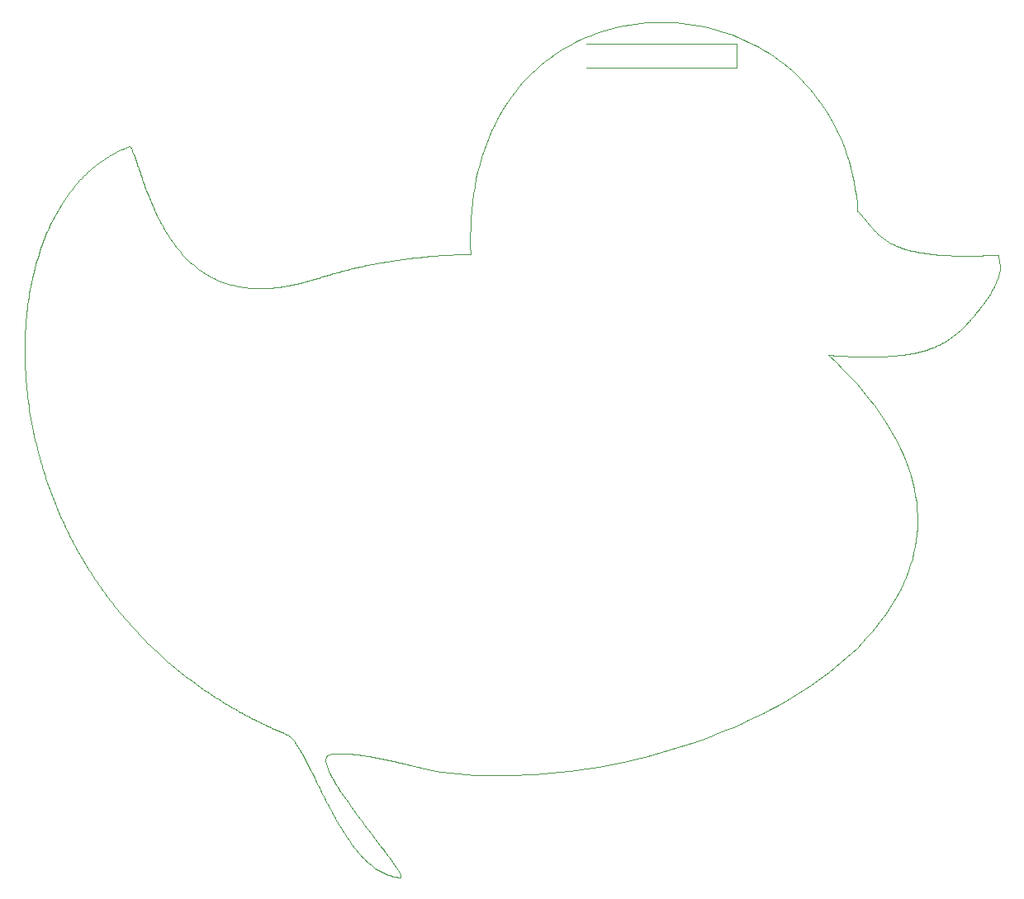
<source format=gbr>
G04                                                      *
G04 Greetings!                                           *
G04 This Gerber was generated by PCBmodE, an open source *
G04 PCB design software. Get it here:                    *
G04                                                      *
G04   http://pcbmode.com                                 *
G04                                                      *
G04 Also visit                                           *
G04                                                      *
G04   http://boldport.com                                *
G04                                                      *
G04 and follow @boldport / @pcbmode for updates!         *
G04                                                      *

G04 leading zeros omitted (L); absolute data (A); 6 integer digits and 6 fractional digits *
%FSLAX66Y66*%

G04 mode (MO): millimeters (MM) *
%MOMM*%

G04 Aperture definitions *
%ADD10C,0.001X*%
%ADD11C,0.001X*%
%ADD20C,0.05X*%

%LPD*%
D20*
G01X57613117Y-7566613D02*
G01X72985533Y-7566613D01*
G01X72985533Y-10041172D01*
G01X57613117Y-10041172D01*
D20*
G01X10786785Y-18100513D02*
G01X10786785Y-18100513D01*
G01X10825892Y-18160548D01*
G01X10865244Y-18226832D01*
G01X10904889Y-18299228D01*
G01X10944878Y-18377597D01*
G01X10985259Y-18461800D01*
G01X11026080Y-18551700D01*
G01X11067393Y-18647158D01*
G01X11109245Y-18748035D01*
G01X11151686Y-18854194D01*
G01X11194764Y-18965496D01*
G01X11238530Y-19081803D01*
G01X11283032Y-19202977D01*
G01X11328320Y-19328879D01*
G01X11374442Y-19459370D01*
G01X11421448Y-19594314D01*
G01X11469386Y-19733570D01*
G01X11518307Y-19877002D01*
G01X11568260Y-20024470D01*
G01X11619292Y-20175837D01*
G01X11671454Y-20330964D01*
G01X11724795Y-20489712D01*
G01X11779364Y-20651945D01*
G01X11835211Y-20817522D01*
G01X11892383Y-20986306D01*
G01X11950931Y-21158159D01*
G01X12010903Y-21332941D01*
G01X12072349Y-21510516D01*
G01X12135318Y-21690745D01*
G01X12199860Y-21873488D01*
G01X12266022Y-22058609D01*
G01X12333855Y-22245969D01*
G01X12403408Y-22435429D01*
G01X12474729Y-22626851D01*
G01X12547868Y-22820097D01*
G01X12622875Y-23015028D01*
G01X12699797Y-23211506D01*
G01X12778686Y-23409394D01*
G01X12859588Y-23608552D01*
G01X12942555Y-23808842D01*
G01X13027634Y-24010126D01*
G01X13114876Y-24212266D01*
G01X13204328Y-24415123D01*
G01X13296042Y-24618559D01*
G01X13390065Y-24822436D01*
G01X13486446Y-25026616D01*
G01X13585236Y-25230959D01*
G01X13686483Y-25435328D01*
G01X13790235Y-25639585D01*
G01X13896544Y-25843591D01*
G01X14005457Y-26047208D01*
G01X14117024Y-26250298D01*
G01X14231293Y-26452721D01*
G01X14348315Y-26654341D01*
G01X14468138Y-26855019D01*
G01X14590812Y-27054615D01*
G01X14716385Y-27252993D01*
G01X14844907Y-27450014D01*
G01X14976427Y-27645539D01*
G01X15110994Y-27839430D01*
G01X15248657Y-28031549D01*
G01X15389466Y-28221757D01*
G01X15533469Y-28409917D01*
G01X15680716Y-28595890D01*
G01X15831256Y-28779537D01*
G01X15985138Y-28960720D01*
G01X16142412Y-29139302D01*
G01X16303126Y-29315143D01*
G01X16467329Y-29488106D01*
G01X16635071Y-29658051D01*
G01X16806402Y-29824842D01*
G01X16981369Y-29988339D01*
G01X17160022Y-30148404D01*
G01X17342412Y-30304899D01*
G01X17528585Y-30457685D01*
G01X17718593Y-30606625D01*
G01X17912483Y-30751579D01*
G01X18110305Y-30892410D01*
G01X18312109Y-31028980D01*
G01X18517943Y-31161149D01*
G01X18727857Y-31288781D01*
G01X18941899Y-31411735D01*
G01X19160120Y-31529875D01*
G01X19382568Y-31643061D01*
G01X19609291Y-31751156D01*
G01X19840341Y-31854021D01*
G01X20075765Y-31951518D01*
G01X20315612Y-32043509D01*
G01X20559933Y-32129855D01*
G01X20808776Y-32210418D01*
G01X21062190Y-32285059D01*
G01X21320224Y-32353641D01*
G01X21582928Y-32416024D01*
G01X21850351Y-32472072D01*
G01X22122542Y-32521645D01*
G01X22399550Y-32564605D01*
G01X22681424Y-32600813D01*
G01X22968214Y-32630133D01*
G01X23259968Y-32652424D01*
G01X23556736Y-32667549D01*
G01X23858567Y-32675370D01*
G01X23858567Y-32675370D01*
G01X23858567Y-32675370D01*
G01X24038477Y-32676861D01*
G01X24215956Y-32676451D01*
G01X24391100Y-32674175D01*
G01X24564009Y-32670068D01*
G01X24734781Y-32664166D01*
G01X24903514Y-32656505D01*
G01X25070306Y-32647119D01*
G01X25235257Y-32636045D01*
G01X25398464Y-32623317D01*
G01X25560026Y-32608971D01*
G01X25720041Y-32593043D01*
G01X25878608Y-32575569D01*
G01X26035824Y-32556582D01*
G01X26191790Y-32536119D01*
G01X26346601Y-32514216D01*
G01X26500359Y-32490908D01*
G01X26653159Y-32466230D01*
G01X26805102Y-32440217D01*
G01X26956285Y-32412906D01*
G01X27106807Y-32384331D01*
G01X27256766Y-32354529D01*
G01X27406261Y-32323533D01*
G01X27555389Y-32291381D01*
G01X27704250Y-32258107D01*
G01X27852942Y-32223747D01*
G01X28001563Y-32188336D01*
G01X28150211Y-32151910D01*
G01X28298985Y-32114504D01*
G01X28447984Y-32076154D01*
G01X28597305Y-32036895D01*
G01X28747047Y-31996762D01*
G01X28897309Y-31955791D01*
G01X29048189Y-31914017D01*
G01X29199785Y-31871476D01*
G01X29352196Y-31828204D01*
G01X29505520Y-31784235D01*
G01X29659855Y-31739606D01*
G01X29815300Y-31694351D01*
G01X29971954Y-31648506D01*
G01X30129914Y-31602106D01*
G01X30289279Y-31555188D01*
G01X30450147Y-31507785D01*
G01X30612618Y-31459935D01*
G01X30776789Y-31411672D01*
G01X30942758Y-31363032D01*
G01X31110624Y-31314049D01*
G01X31280486Y-31264761D01*
G01X31452441Y-31215201D01*
G01X31626589Y-31165406D01*
G01X31803028Y-31115411D01*
G01X31981855Y-31065251D01*
G01X32163170Y-31014962D01*
G01X32347070Y-30964580D01*
G01X32533655Y-30914139D01*
G01X32723022Y-30863675D01*
G01X32915270Y-30813224D01*
G01X33110498Y-30762821D01*
G01X33308803Y-30712501D01*
G01X33510285Y-30662301D01*
G01X33715041Y-30612254D01*
G01X33923170Y-30562398D01*
G01X34134770Y-30512767D01*
G01X34349940Y-30463396D01*
G01X34568778Y-30414322D01*
G01X34791383Y-30365579D01*
G01X35017853Y-30317204D01*
G01X35248285Y-30269231D01*
G01X35482780Y-30221695D01*
G01X35721435Y-30174634D01*
G01X35964348Y-30128081D01*
G01X36211618Y-30082072D01*
G01X36463343Y-30036643D01*
G01X36719622Y-29991829D01*
G01X36980553Y-29947666D01*
G01X37246235Y-29904189D01*
G01X37516765Y-29861433D01*
G01X37792243Y-29819435D01*
G01X38072766Y-29778229D01*
G01X38358433Y-29737850D01*
G01X38649343Y-29698335D01*
G01X38945593Y-29659719D01*
G01X39247283Y-29622037D01*
G01X39554510Y-29585324D01*
G01X39867374Y-29549616D01*
G01X40185971Y-29514949D01*
G01X40510402Y-29481358D01*
G01X40840764Y-29448879D01*
G01X41177155Y-29417546D01*
G01X41519674Y-29387395D01*
G01X41868420Y-29358463D01*
G01X42223490Y-29330783D01*
G01X42584984Y-29304392D01*
G01X42952999Y-29279325D01*
G01X43327634Y-29255618D01*
G01X43708988Y-29233305D01*
G01X44097158Y-29212423D01*
G01X44492243Y-29193007D01*
G01X44894342Y-29175092D01*
G01X45303553Y-29158714D01*
G01X45719974Y-29143908D01*
G01X45719974Y-29143908D01*
G01X45719974Y-29143908D01*
G01X45690641Y-28209981D01*
G01X45685259Y-27295465D01*
G01X45703356Y-26400317D01*
G01X45744463Y-25524492D01*
G01X45808111Y-24667947D01*
G01X45893830Y-23830637D01*
G01X46001149Y-23012519D01*
G01X46129601Y-22213550D01*
G01X46278714Y-21433684D01*
G01X46448018Y-20672879D01*
G01X46637046Y-19931090D01*
G01X46845325Y-19208273D01*
G01X47072388Y-18504385D01*
G01X47317764Y-17819381D01*
G01X47580983Y-17153219D01*
G01X47861576Y-16505853D01*
G01X48159073Y-15877240D01*
G01X48473005Y-15267336D01*
G01X48802901Y-14676098D01*
G01X49148292Y-14103480D01*
G01X49508708Y-13549440D01*
G01X49883680Y-13013934D01*
G01X50272737Y-12496917D01*
G01X50675411Y-11998347D01*
G01X51091231Y-11518178D01*
G01X51519728Y-11056367D01*
G01X51960432Y-10612870D01*
G01X52412873Y-10187643D01*
G01X52876582Y-9780643D01*
G01X53351088Y-9391825D01*
G01X53835923Y-9021145D01*
G01X54330616Y-8668560D01*
G01X54834698Y-8334026D01*
G01X55347699Y-8017499D01*
G01X55869150Y-7718935D01*
G01X56398580Y-7438290D01*
G01X56935520Y-7175520D01*
G01X57479500Y-6930582D01*
G01X58030051Y-6703431D01*
G01X58586702Y-6494023D01*
G01X59148985Y-6302316D01*
G01X59716429Y-6128264D01*
G01X60288565Y-5971823D01*
G01X60864923Y-5832951D01*
G01X61445033Y-5711603D01*
G01X62028426Y-5607735D01*
G01X62614631Y-5521304D01*
G01X63203180Y-5452265D01*
G01X63793602Y-5400574D01*
G01X64385429Y-5366189D01*
G01X64978189Y-5349064D01*
G01X65571413Y-5349155D01*
G01X66164632Y-5366420D01*
G01X66757376Y-5400814D01*
G01X67349176Y-5452293D01*
G01X67939561Y-5520814D01*
G01X68528061Y-5606332D01*
G01X69114208Y-5708803D01*
G01X69697532Y-5828185D01*
G01X70277562Y-5964432D01*
G01X70853829Y-6117500D01*
G01X71425863Y-6287347D01*
G01X71993195Y-6473928D01*
G01X72555355Y-6677200D01*
G01X73111873Y-6897117D01*
G01X73662279Y-7133637D01*
G01X74206104Y-7386716D01*
G01X74742879Y-7656309D01*
G01X75272132Y-7942373D01*
G01X75793396Y-8244864D01*
G01X76306199Y-8563738D01*
G01X76810073Y-8898951D01*
G01X77304547Y-9250460D01*
G01X77789152Y-9618219D01*
G01X78263418Y-10002187D01*
G01X78726876Y-10402317D01*
G01X79179055Y-10818568D01*
G01X79619486Y-11250894D01*
G01X80047700Y-11699252D01*
G01X80463226Y-12163598D01*
G01X80865595Y-12643889D01*
G01X81254337Y-13140079D01*
G01X81628983Y-13652126D01*
G01X81989063Y-14179985D01*
G01X82334107Y-14723613D01*
G01X82663645Y-15282966D01*
G01X82977207Y-15857999D01*
G01X83274325Y-16448670D01*
G01X83554528Y-17054933D01*
G01X83817346Y-17676745D01*
G01X84062311Y-18314063D01*
G01X84288951Y-18966842D01*
G01X84496798Y-19635039D01*
G01X84685382Y-20318609D01*
G01X84854233Y-21017509D01*
G01X85002881Y-21731694D01*
G01X85130856Y-22461122D01*
G01X85237690Y-23205747D01*
G01X85322912Y-23965527D01*
G01X85386052Y-24740417D01*
G01X85386052Y-24740417D01*
G01X85386052Y-24740417D01*
G01X85455399Y-24809526D01*
G01X85523351Y-24878939D01*
G01X85589995Y-24948632D01*
G01X85655420Y-25018580D01*
G01X85719717Y-25088760D01*
G01X85782973Y-25159148D01*
G01X85845278Y-25229718D01*
G01X85906721Y-25300448D01*
G01X85967391Y-25371313D01*
G01X86027378Y-25442288D01*
G01X86086769Y-25513350D01*
G01X86145655Y-25584474D01*
G01X86204124Y-25655636D01*
G01X86262265Y-25726812D01*
G01X86320168Y-25797978D01*
G01X86377921Y-25869110D01*
G01X86435614Y-25940183D01*
G01X86493335Y-26011174D01*
G01X86551174Y-26082057D01*
G01X86609220Y-26152810D01*
G01X86667562Y-26223408D01*
G01X86726288Y-26293826D01*
G01X86785488Y-26364040D01*
G01X86845252Y-26434027D01*
G01X86905667Y-26503762D01*
G01X86966823Y-26573221D01*
G01X87028810Y-26642380D01*
G01X87091716Y-26711214D01*
G01X87155630Y-26779700D01*
G01X87220642Y-26847813D01*
G01X87286840Y-26915529D01*
G01X87354313Y-26982824D01*
G01X87423151Y-27049674D01*
G01X87493442Y-27116054D01*
G01X87565277Y-27181941D01*
G01X87638743Y-27247310D01*
G01X87713929Y-27312137D01*
G01X87790926Y-27376398D01*
G01X87869822Y-27440069D01*
G01X87950705Y-27503125D01*
G01X88033666Y-27565543D01*
G01X88118792Y-27627298D01*
G01X88206174Y-27688366D01*
G01X88295900Y-27748723D01*
G01X88388060Y-27808344D01*
G01X88482741Y-27867206D01*
G01X88580035Y-27925285D01*
G01X88680028Y-27982555D01*
G01X88782811Y-28038994D01*
G01X88888473Y-28094576D01*
G01X88997103Y-28149278D01*
G01X89108789Y-28203076D01*
G01X89223621Y-28255945D01*
G01X89341688Y-28307861D01*
G01X89463079Y-28358800D01*
G01X89587883Y-28408738D01*
G01X89716188Y-28457651D01*
G01X89848085Y-28505514D01*
G01X89983663Y-28552303D01*
G01X90123009Y-28597995D01*
G01X90266214Y-28642564D01*
G01X90413366Y-28685988D01*
G01X90564554Y-28728241D01*
G01X90719868Y-28769299D01*
G01X90879397Y-28809139D01*
G01X91043229Y-28847735D01*
G01X91211454Y-28885065D01*
G01X91384160Y-28921104D01*
G01X91561437Y-28955827D01*
G01X91743375Y-28989210D01*
G01X91930061Y-29021230D01*
G01X92121585Y-29051862D01*
G01X92318036Y-29081081D01*
G01X92519504Y-29108865D01*
G01X92726076Y-29135188D01*
G01X92937843Y-29160027D01*
G01X93154893Y-29183356D01*
G01X93377315Y-29205153D01*
G01X93605199Y-29225393D01*
G01X93838633Y-29244051D01*
G01X94077707Y-29261104D01*
G01X94322510Y-29276527D01*
G01X94573130Y-29290297D01*
G01X94829657Y-29302388D01*
G01X95092180Y-29312778D01*
G01X95360787Y-29321441D01*
G01X95635569Y-29328353D01*
G01X95916614Y-29333491D01*
G01X96204010Y-29336831D01*
G01X96497848Y-29338347D01*
G01X96798216Y-29338016D01*
G01X97105203Y-29335813D01*
G01X97418898Y-29331716D01*
G01X97739391Y-29325698D01*
G01X98066771Y-29317737D01*
G01X98401125Y-29307807D01*
G01X98742545Y-29295886D01*
G01X99091118Y-29281948D01*
G01X99446933Y-29265969D01*
G01X99810081Y-29247926D01*
G01X99810081Y-29247926D01*
G01X99810081Y-29247926D01*
G01X99827702Y-29335754D01*
G01X99844791Y-29421310D01*
G01X99861280Y-29504740D01*
G01X99877101Y-29586188D01*
G01X99892188Y-29665797D01*
G01X99906472Y-29743712D01*
G01X99919887Y-29820077D01*
G01X99932365Y-29895035D01*
G01X99943839Y-29968731D01*
G01X99954242Y-30041309D01*
G01X99963506Y-30112912D01*
G01X99971563Y-30183685D01*
G01X99978347Y-30253773D01*
G01X99983791Y-30323318D01*
G01X99987826Y-30392465D01*
G01X99990386Y-30461358D01*
G01X99991404Y-30530141D01*
G01X99990811Y-30598959D01*
G01X99988540Y-30667954D01*
G01X99984525Y-30737272D01*
G01X99978698Y-30807056D01*
G01X99970992Y-30877450D01*
G01X99961339Y-30948598D01*
G01X99949672Y-31020645D01*
G01X99935923Y-31093734D01*
G01X99920026Y-31168010D01*
G01X99901912Y-31243616D01*
G01X99881516Y-31320697D01*
G01X99858768Y-31399396D01*
G01X99833603Y-31479858D01*
G01X99805952Y-31562226D01*
G01X99775748Y-31646645D01*
G01X99742925Y-31733259D01*
G01X99707414Y-31822212D01*
G01X99669149Y-31913648D01*
G01X99628061Y-32007710D01*
G01X99584084Y-32104543D01*
G01X99537151Y-32204291D01*
G01X99487193Y-32307099D01*
G01X99434144Y-32413109D01*
G01X99377937Y-32522466D01*
G01X99318504Y-32635315D01*
G01X99255777Y-32751798D01*
G01X99189690Y-32872061D01*
G01X99120174Y-32996247D01*
G01X99047164Y-33124500D01*
G01X98970590Y-33256965D01*
G01X98890387Y-33393785D01*
G01X98806487Y-33535104D01*
G01X98718822Y-33681067D01*
G01X98718822Y-33681067D01*
G01X98718822Y-33681067D01*
G01X98610061Y-33827029D01*
G01X98502250Y-33971057D01*
G01X98395326Y-34113155D01*
G01X98289226Y-34253329D01*
G01X98183889Y-34391584D01*
G01X98079250Y-34527924D01*
G01X97975247Y-34662356D01*
G01X97871819Y-34794883D01*
G01X97768901Y-34925511D01*
G01X97666432Y-35054246D01*
G01X97564350Y-35181092D01*
G01X97462590Y-35306054D01*
G01X97361091Y-35429138D01*
G01X97259790Y-35550348D01*
G01X97158625Y-35669690D01*
G01X97057532Y-35787168D01*
G01X96956449Y-35902788D01*
G01X96855314Y-36016555D01*
G01X96754064Y-36128473D01*
G01X96652636Y-36238549D01*
G01X96550967Y-36346786D01*
G01X96448996Y-36453191D01*
G01X96346659Y-36557768D01*
G01X96243894Y-36660522D01*
G01X96140637Y-36761458D01*
G01X96036827Y-36860582D01*
G01X95932401Y-36957899D01*
G01X95827296Y-37053412D01*
G01X95721450Y-37147129D01*
G01X95614800Y-37239053D01*
G01X95507282Y-37329190D01*
G01X95398836Y-37417545D01*
G01X95289397Y-37504123D01*
G01X95178904Y-37588928D01*
G01X95067294Y-37671967D01*
G01X94954504Y-37753244D01*
G01X94840471Y-37832765D01*
G01X94725133Y-37910533D01*
G01X94608427Y-37986556D01*
G01X94490291Y-38060836D01*
G01X94370662Y-38133380D01*
G01X94249477Y-38204193D01*
G01X94126674Y-38273279D01*
G01X94002190Y-38340645D01*
G01X93875962Y-38406294D01*
G01X93747928Y-38470232D01*
G01X93618026Y-38532464D01*
G01X93486191Y-38592995D01*
G01X93352363Y-38651831D01*
G01X93216478Y-38708976D01*
G01X93078474Y-38764435D01*
G01X92938287Y-38818213D01*
G01X92795856Y-38870316D01*
G01X92651118Y-38920749D01*
G01X92504010Y-38969516D01*
G01X92354469Y-39016623D01*
G01X92202433Y-39062074D01*
G01X92047840Y-39105876D01*
G01X91890625Y-39148033D01*
G01X91730728Y-39188549D01*
G01X91568085Y-39227431D01*
G01X91402634Y-39264683D01*
G01X91234312Y-39300310D01*
G01X91063056Y-39334317D01*
G01X90888804Y-39366710D01*
G01X90711493Y-39397494D01*
G01X90531061Y-39426673D01*
G01X90347445Y-39454253D01*
G01X90160581Y-39480238D01*
G01X89970409Y-39504634D01*
G01X89776864Y-39527446D01*
G01X89579885Y-39548680D01*
G01X89379409Y-39568339D01*
G01X89175372Y-39586429D01*
G01X88967713Y-39602955D01*
G01X88756369Y-39617923D01*
G01X88541277Y-39631337D01*
G01X88322375Y-39643203D01*
G01X88099599Y-39653525D01*
G01X87872888Y-39662309D01*
G01X87642178Y-39669559D01*
G01X87407408Y-39675281D01*
G01X87168514Y-39679480D01*
G01X86925433Y-39682161D01*
G01X86678104Y-39683328D01*
G01X86426463Y-39682988D01*
G01X86170448Y-39681145D01*
G01X85909997Y-39677804D01*
G01X85645046Y-39672971D01*
G01X85375533Y-39666650D01*
G01X85101395Y-39658846D01*
G01X84822570Y-39649565D01*
G01X84538995Y-39638811D01*
G01X84250607Y-39626590D01*
G01X83957345Y-39612907D01*
G01X83659144Y-39597766D01*
G01X83355943Y-39581174D01*
G01X83047679Y-39563134D01*
G01X82734289Y-39543653D01*
G01X82415711Y-39522735D01*
G01X82415711Y-39522735D01*
G01X82415711Y-39522735D01*
G01X83206437Y-40272673D01*
G01X83958022Y-41020046D01*
G01X84670929Y-41764733D01*
G01X85345623Y-42506615D01*
G01X85982567Y-43245569D01*
G01X86582227Y-43981476D01*
G01X87145065Y-44714214D01*
G01X87671547Y-45443663D01*
G01X88162136Y-46169701D01*
G01X88617297Y-46892209D01*
G01X89037493Y-47611065D01*
G01X89423190Y-48326149D01*
G01X89774850Y-49037339D01*
G01X90092938Y-49744516D01*
G01X90377919Y-50447557D01*
G01X90630256Y-51146344D01*
G01X90850414Y-51840754D01*
G01X91038856Y-52530666D01*
G01X91196047Y-53215961D01*
G01X91322452Y-53896518D01*
G01X91418533Y-54572215D01*
G01X91484756Y-55242931D01*
G01X91521584Y-55908547D01*
G01X91529482Y-56568941D01*
G01X91508914Y-57223993D01*
G01X91460343Y-57873581D01*
G01X91384235Y-58517585D01*
G01X91281053Y-59155885D01*
G01X91151261Y-59788358D01*
G01X90995324Y-60414886D01*
G01X90813706Y-61035346D01*
G01X90606870Y-61649618D01*
G01X90375282Y-62257582D01*
G01X90119404Y-62859116D01*
G01X89839702Y-63454100D01*
G01X89536639Y-64042413D01*
G01X89210680Y-64623934D01*
G01X88862288Y-65198543D01*
G01X88491928Y-65766118D01*
G01X88100065Y-66326539D01*
G01X87687161Y-66879685D01*
G01X87253682Y-67425435D01*
G01X86800091Y-67963669D01*
G01X86326853Y-68494266D01*
G01X85834432Y-69017105D01*
G01X85323292Y-69532065D01*
G01X84793896Y-70039025D01*
G01X84246710Y-70537866D01*
G01X83682197Y-71028465D01*
G01X83100822Y-71510702D01*
G01X82503049Y-71984456D01*
G01X81889341Y-72449607D01*
G01X81260163Y-72906034D01*
G01X80615979Y-73353616D01*
G01X79957254Y-73792232D01*
G01X79284451Y-74221762D01*
G01X78598035Y-74642084D01*
G01X77898469Y-75053079D01*
G01X77186218Y-75454624D01*
G01X76461746Y-75846600D01*
G01X75725518Y-76228885D01*
G01X74977996Y-76601360D01*
G01X74219646Y-76963902D01*
G01X73450932Y-77316392D01*
G01X72672317Y-77658708D01*
G01X71884267Y-77990730D01*
G01X71087244Y-78312336D01*
G01X70281714Y-78623407D01*
G01X69468140Y-78923822D01*
G01X68646986Y-79213459D01*
G01X67818718Y-79492198D01*
G01X66983798Y-79759918D01*
G01X66142690Y-80016498D01*
G01X65295861Y-80261818D01*
G01X64443772Y-80495756D01*
G01X63586888Y-80718193D01*
G01X62725675Y-80929006D01*
G01X61860595Y-81128077D01*
G01X60992112Y-81315283D01*
G01X60120692Y-81490503D01*
G01X59246798Y-81653618D01*
G01X58370894Y-81804506D01*
G01X57493445Y-81943047D01*
G01X56614914Y-82069119D01*
G01X55735766Y-82182603D01*
G01X54856465Y-82283377D01*
G01X53977475Y-82371320D01*
G01X53099261Y-82446312D01*
G01X52222285Y-82508232D01*
G01X51347013Y-82556959D01*
G01X50473909Y-82592372D01*
G01X49603436Y-82614351D01*
G01X48736060Y-82622775D01*
G01X47872243Y-82617522D01*
G01X47012451Y-82598473D01*
G01X46157147Y-82565507D01*
G01X45306796Y-82518502D01*
G01X44461861Y-82457338D01*
G01X43622808Y-82381894D01*
G01X42790099Y-82292050D01*
G01X42790099Y-82292050D01*
G01X42790099Y-82292050D01*
G01X42743400Y-82286909D01*
G01X42693365Y-82280554D01*
G01X42640053Y-82273013D01*
G01X42583524Y-82264316D01*
G01X42523839Y-82254491D01*
G01X42461057Y-82243568D01*
G01X42395239Y-82231575D01*
G01X42326443Y-82218542D01*
G01X42254732Y-82204498D01*
G01X42180163Y-82189471D01*
G01X42102799Y-82173492D01*
G01X42022697Y-82156588D01*
G01X41939920Y-82138789D01*
G01X41854526Y-82120123D01*
G01X41766575Y-82100621D01*
G01X41676128Y-82080311D01*
G01X41583245Y-82059222D01*
G01X41487986Y-82037382D01*
G01X41390410Y-82014822D01*
G01X41290578Y-81991570D01*
G01X41188550Y-81967656D01*
G01X41084385Y-81943107D01*
G01X40978145Y-81917954D01*
G01X40869888Y-81892225D01*
G01X40759675Y-81865949D01*
G01X40647566Y-81839156D01*
G01X40533621Y-81811874D01*
G01X40417900Y-81784133D01*
G01X40300463Y-81755961D01*
G01X40181370Y-81727388D01*
G01X40060681Y-81698442D01*
G01X39938456Y-81669153D01*
G01X39814755Y-81639550D01*
G01X39689639Y-81609661D01*
G01X39563166Y-81579516D01*
G01X39435398Y-81549144D01*
G01X39306394Y-81518574D01*
G01X39176214Y-81487835D01*
G01X39044918Y-81456955D01*
G01X38912567Y-81425965D01*
G01X38779220Y-81394892D01*
G01X38644938Y-81363767D01*
G01X38509779Y-81332618D01*
G01X38373805Y-81301473D01*
G01X38237076Y-81270363D01*
G01X38099651Y-81239317D01*
G01X37961591Y-81208362D01*
G01X37822955Y-81177529D01*
G01X37683803Y-81146846D01*
G01X37544197Y-81116342D01*
G01X37404194Y-81086047D01*
G01X37263857Y-81055989D01*
G01X37123244Y-81026198D01*
G01X36982416Y-80996703D01*
G01X36841432Y-80967532D01*
G01X36700353Y-80938714D01*
G01X36559239Y-80910279D01*
G01X36418150Y-80882256D01*
G01X36277146Y-80854674D01*
G01X36136286Y-80827561D01*
G01X35995632Y-80800947D01*
G01X35855242Y-80774862D01*
G01X35715177Y-80749333D01*
G01X35575497Y-80724390D01*
G01X35436262Y-80700061D01*
G01X35297532Y-80676377D01*
G01X35159367Y-80653366D01*
G01X35021828Y-80631058D01*
G01X34884973Y-80609480D01*
G01X34748863Y-80588662D01*
G01X34613559Y-80568634D01*
G01X34479120Y-80549424D01*
G01X34345606Y-80531061D01*
G01X34213077Y-80513575D01*
G01X34081593Y-80496994D01*
G01X33951215Y-80481348D01*
G01X33822002Y-80466665D01*
G01X33694014Y-80452974D01*
G01X33567312Y-80440305D01*
G01X33441955Y-80428687D01*
G01X33318004Y-80418148D01*
G01X33195518Y-80408718D01*
G01X33074558Y-80400426D01*
G01X32955183Y-80393300D01*
G01X32837453Y-80387371D01*
G01X32721429Y-80382666D01*
G01X32607171Y-80379215D01*
G01X32494738Y-80377047D01*
G01X32384191Y-80376191D01*
G01X32275590Y-80376675D01*
G01X32168994Y-80378530D01*
G01X32064465Y-80381784D01*
G01X31962060Y-80386467D01*
G01X31861842Y-80392606D01*
G01X31763869Y-80400232D01*
G01X31668203Y-80409372D01*
G01X31574902Y-80420058D01*
G01X31484027Y-80432316D01*
G01X31395638Y-80446177D01*
G01X31309795Y-80461669D01*
G01X31309795Y-80461669D01*
G01X31309795Y-80461669D01*
G01X31229459Y-80481446D01*
G01X31157446Y-80508046D01*
G01X31093593Y-80541326D01*
G01X31037741Y-80581144D01*
G01X30989728Y-80627355D01*
G01X30949393Y-80679817D01*
G01X30916576Y-80738388D01*
G01X30891114Y-80802923D01*
G01X30872849Y-80873281D01*
G01X30861618Y-80949317D01*
G01X30857260Y-81030889D01*
G01X30859615Y-81117854D01*
G01X30868522Y-81210069D01*
G01X30883819Y-81307390D01*
G01X30905347Y-81409676D01*
G01X30932943Y-81516782D01*
G01X30966447Y-81628565D01*
G01X31005699Y-81744884D01*
G01X31050536Y-81865594D01*
G01X31100799Y-81990553D01*
G01X31156326Y-82119617D01*
G01X31216956Y-82252644D01*
G01X31282529Y-82389490D01*
G01X31352883Y-82530013D01*
G01X31427858Y-82674069D01*
G01X31507292Y-82821516D01*
G01X31591026Y-82972210D01*
G01X31678896Y-83126009D01*
G01X31770744Y-83282769D01*
G01X31866407Y-83442347D01*
G01X31965726Y-83604600D01*
G01X32068538Y-83769386D01*
G01X32174683Y-83936561D01*
G01X32284001Y-84105982D01*
G01X32396330Y-84277506D01*
G01X32511509Y-84450991D01*
G01X32629377Y-84626292D01*
G01X32749774Y-84803268D01*
G01X32872539Y-84981774D01*
G01X32997509Y-85161669D01*
G01X33124526Y-85342808D01*
G01X33253427Y-85525050D01*
G01X33384052Y-85708250D01*
G01X33516240Y-85892267D01*
G01X33649830Y-86076956D01*
G01X33784660Y-86262175D01*
G01X33920571Y-86447781D01*
G01X34057401Y-86633630D01*
G01X34194988Y-86819580D01*
G01X34333174Y-87005488D01*
G01X34471795Y-87191211D01*
G01X34610692Y-87376605D01*
G01X34749703Y-87561528D01*
G01X34888668Y-87745837D01*
G01X35027425Y-87929388D01*
G01X35165814Y-88112038D01*
G01X35303673Y-88293645D01*
G01X35440843Y-88474066D01*
G01X35577161Y-88653157D01*
G01X35712467Y-88830775D01*
G01X35846600Y-89006778D01*
G01X35979399Y-89181022D01*
G01X36110703Y-89353364D01*
G01X36240352Y-89523662D01*
G01X36368183Y-89691772D01*
G01X36494037Y-89857551D01*
G01X36617753Y-90020856D01*
G01X36739168Y-90181545D01*
G01X36858124Y-90339473D01*
G01X36974457Y-90494499D01*
G01X37088009Y-90646479D01*
G01X37198617Y-90795270D01*
G01X37306121Y-90940728D01*
G01X37410360Y-91082712D01*
G01X37511173Y-91221078D01*
G01X37608399Y-91355682D01*
G01X37701876Y-91486383D01*
G01X37791445Y-91613036D01*
G01X37876944Y-91735499D01*
G01X37958213Y-91853629D01*
G01X38035089Y-91967283D01*
G01X38107413Y-92076318D01*
G01X38175024Y-92180590D01*
G01X38237760Y-92279957D01*
G01X38295461Y-92374275D01*
G01X38347965Y-92463402D01*
G01X38395112Y-92547195D01*
G01X38436741Y-92625510D01*
G01X38472691Y-92698205D01*
G01X38502800Y-92765136D01*
G01X38526909Y-92826161D01*
G01X38544856Y-92881136D01*
G01X38556479Y-92929919D01*
G01X38561619Y-92972366D01*
G01X38560115Y-93008334D01*
G01X38551804Y-93037680D01*
G01X38536527Y-93060262D01*
G01X38514123Y-93075936D01*
G01X38484430Y-93084560D01*
G01X38447288Y-93085989D01*
G01X38447288Y-93085989D01*
G01X38447288Y-93085989D01*
G01X38269273Y-93072416D01*
G01X38092839Y-93051158D01*
G01X37917976Y-93022368D01*
G01X37744674Y-92986197D01*
G01X37572924Y-92942801D01*
G01X37402714Y-92892331D01*
G01X37234036Y-92834940D01*
G01X37066880Y-92770782D01*
G01X36901234Y-92700009D01*
G01X36737090Y-92622774D01*
G01X36574438Y-92539230D01*
G01X36413267Y-92449530D01*
G01X36253568Y-92353828D01*
G01X36095330Y-92252275D01*
G01X35938544Y-92145026D01*
G01X35783199Y-92032232D01*
G01X35629286Y-91914047D01*
G01X35476795Y-91790624D01*
G01X35325716Y-91662116D01*
G01X35176038Y-91528676D01*
G01X35027753Y-91390456D01*
G01X34880849Y-91247609D01*
G01X34735317Y-91100289D01*
G01X34591148Y-90948649D01*
G01X34448330Y-90792841D01*
G01X34306854Y-90633019D01*
G01X34166711Y-90469334D01*
G01X34027890Y-90301941D01*
G01X33890381Y-90130993D01*
G01X33754174Y-89956641D01*
G01X33619259Y-89779040D01*
G01X33485627Y-89598341D01*
G01X33353268Y-89414699D01*
G01X33222170Y-89228265D01*
G01X33092325Y-89039193D01*
G01X32963723Y-88847637D01*
G01X32836353Y-88653748D01*
G01X32710206Y-88457679D01*
G01X32585272Y-88259585D01*
G01X32461540Y-88059617D01*
G01X32339001Y-87857928D01*
G01X32217644Y-87654672D01*
G01X32097461Y-87450002D01*
G01X31978440Y-87244070D01*
G01X31860572Y-87037029D01*
G01X31743847Y-86829033D01*
G01X31628255Y-86620234D01*
G01X31513787Y-86410785D01*
G01X31400431Y-86200839D01*
G01X31288178Y-85990549D01*
G01X31177019Y-85780068D01*
G01X31066942Y-85569550D01*
G01X30957939Y-85359146D01*
G01X30849999Y-85149010D01*
G01X30743113Y-84939295D01*
G01X30637270Y-84730153D01*
G01X30532460Y-84521739D01*
G01X30428674Y-84314204D01*
G01X30325901Y-84107701D01*
G01X30224132Y-83902384D01*
G01X30123356Y-83698406D01*
G01X30023564Y-83495919D01*
G01X29924746Y-83295077D01*
G01X29826891Y-83096031D01*
G01X29729990Y-82898937D01*
G01X29634033Y-82703945D01*
G01X29539010Y-82511209D01*
G01X29444910Y-82320883D01*
G01X29351725Y-82133119D01*
G01X29259443Y-81948069D01*
G01X29168056Y-81765888D01*
G01X29077552Y-81586728D01*
G01X28987923Y-81410741D01*
G01X28899157Y-81238081D01*
G01X28811246Y-81068901D01*
G01X28724179Y-80903354D01*
G01X28637947Y-80741592D01*
G01X28552538Y-80583769D01*
G01X28467944Y-80430037D01*
G01X28384154Y-80280550D01*
G01X28301159Y-80135460D01*
G01X28218949Y-79994921D01*
G01X28137512Y-79859085D01*
G01X28056841Y-79728105D01*
G01X27976924Y-79602135D01*
G01X27897751Y-79481326D01*
G01X27819313Y-79365833D01*
G01X27741600Y-79255808D01*
G01X27664602Y-79151404D01*
G01X27588309Y-79052773D01*
G01X27512710Y-78960070D01*
G01X27437796Y-78873446D01*
G01X27363557Y-78793055D01*
G01X27289984Y-78719050D01*
G01X27217065Y-78651584D01*
G01X27144791Y-78590809D01*
G01X27073153Y-78536879D01*
G01X27002139Y-78489946D01*
G01X26931741Y-78450164D01*
G01X26861948Y-78417685D01*
G01X26861948Y-78417685D01*
G01X26861948Y-78417685D01*
G01X26723159Y-78359963D01*
G01X26584766Y-78301903D01*
G01X26446769Y-78243506D01*
G01X26309168Y-78184773D01*
G01X26171962Y-78125705D01*
G01X26035152Y-78066303D01*
G01X25898736Y-78006568D01*
G01X25762715Y-77946501D01*
G01X25627088Y-77886104D01*
G01X25491856Y-77825378D01*
G01X25357017Y-77764323D01*
G01X25222572Y-77702941D01*
G01X25088520Y-77641233D01*
G01X24954861Y-77579200D01*
G01X24821595Y-77516843D01*
G01X24688721Y-77454163D01*
G01X24556239Y-77391162D01*
G01X24424149Y-77327840D01*
G01X24292451Y-77264198D01*
G01X24161143Y-77200238D01*
G01X24030227Y-77135960D01*
G01X23899702Y-77071367D01*
G01X23769567Y-77006458D01*
G01X23639822Y-76941236D01*
G01X23510467Y-76875700D01*
G01X23381502Y-76809853D01*
G01X23252926Y-76743695D01*
G01X23124739Y-76677228D01*
G01X22996941Y-76610452D01*
G01X22869531Y-76543369D01*
G01X22742510Y-76475979D01*
G01X22615876Y-76408285D01*
G01X22489630Y-76340286D01*
G01X22363772Y-76271984D01*
G01X22238301Y-76203381D01*
G01X22113216Y-76134477D01*
G01X21988518Y-76065273D01*
G01X21864206Y-75995771D01*
G01X21740280Y-75925971D01*
G01X21616740Y-75855875D01*
G01X21493586Y-75785483D01*
G01X21370816Y-75714798D01*
G01X21248432Y-75643820D01*
G01X21126432Y-75572550D01*
G01X21004816Y-75500988D01*
G01X20883584Y-75429138D01*
G01X20762736Y-75356998D01*
G01X20642272Y-75284572D01*
G01X20522191Y-75211858D01*
G01X20402492Y-75138860D01*
G01X20283176Y-75065577D01*
G01X20164243Y-74992012D01*
G01X20045692Y-74918164D01*
G01X19927522Y-74844036D01*
G01X19809734Y-74769627D01*
G01X19692328Y-74694940D01*
G01X19575302Y-74619976D01*
G01X19458657Y-74544735D01*
G01X19342392Y-74469219D01*
G01X19226507Y-74393428D01*
G01X19111003Y-74317365D01*
G01X18995878Y-74241029D01*
G01X18881132Y-74164423D01*
G01X18766765Y-74087546D01*
G01X18652777Y-74010401D01*
G01X18539167Y-73932989D01*
G01X18425936Y-73855309D01*
G01X18313082Y-73777365D01*
G01X18200606Y-73699156D01*
G01X18088507Y-73620684D01*
G01X17976786Y-73541950D01*
G01X17865441Y-73462955D01*
G01X17754472Y-73383700D01*
G01X17643880Y-73304186D01*
G01X17533664Y-73224415D01*
G01X17423824Y-73144387D01*
G01X17314359Y-73064103D01*
G01X17205269Y-72983565D01*
G01X17096553Y-72902774D01*
G01X16988213Y-72821731D01*
G01X16880246Y-72740437D01*
G01X16772654Y-72658893D01*
G01X16665435Y-72577100D01*
G01X16558590Y-72495059D01*
G01X16452118Y-72412771D01*
G01X16346019Y-72330238D01*
G01X16240292Y-72247461D01*
G01X16134938Y-72164440D01*
G01X16029955Y-72081177D01*
G01X15925345Y-71997673D01*
G01X15821106Y-71913929D01*
G01X15717238Y-71829946D01*
G01X15613741Y-71745726D01*
G01X15510615Y-71661268D01*
G01X15407859Y-71576575D01*
G01X15305473Y-71491648D01*
G01X15203457Y-71406487D01*
G01X15101810Y-71321094D01*
G01X15000533Y-71235470D01*
G01X14899625Y-71149615D01*
G01X14899625Y-71149615D01*
G01X14899625Y-71149615D01*
G01X14698914Y-70977221D01*
G01X14499676Y-70803919D01*
G01X14301907Y-70629719D01*
G01X14105607Y-70454630D01*
G01X13910773Y-70278660D01*
G01X13717403Y-70101819D01*
G01X13525493Y-69924115D01*
G01X13335043Y-69745557D01*
G01X13146050Y-69566153D01*
G01X12958511Y-69385913D01*
G01X12772425Y-69204846D01*
G01X12587789Y-69022960D01*
G01X12404601Y-68840264D01*
G01X12222859Y-68656767D01*
G01X12042560Y-68472478D01*
G01X11863703Y-68287405D01*
G01X11686285Y-68101558D01*
G01X11510303Y-67914945D01*
G01X11335756Y-67727576D01*
G01X11162641Y-67539458D01*
G01X10990957Y-67350601D01*
G01X10820700Y-67161014D01*
G01X10651869Y-66970705D01*
G01X10484462Y-66779683D01*
G01X10318475Y-66587958D01*
G01X10153908Y-66395537D01*
G01X9990757Y-66202430D01*
G01X9829021Y-66008646D01*
G01X9668697Y-65814194D01*
G01X9509783Y-65619081D01*
G01X9352277Y-65423318D01*
G01X9196177Y-65226913D01*
G01X9041480Y-65029874D01*
G01X8888184Y-64832211D01*
G01X8736286Y-64633933D01*
G01X8585786Y-64435048D01*
G01X8436680Y-64235564D01*
G01X8288966Y-64035492D01*
G01X8142642Y-63834840D01*
G01X7997706Y-63633616D01*
G01X7854155Y-63431830D01*
G01X7711987Y-63229490D01*
G01X7571201Y-63026605D01*
G01X7431793Y-62823184D01*
G01X7293762Y-62619235D01*
G01X7157105Y-62414769D01*
G01X7021820Y-62209793D01*
G01X6887905Y-62004316D01*
G01X6755358Y-61798347D01*
G01X6624176Y-61591895D01*
G01X6494358Y-61384969D01*
G01X6365900Y-61177577D01*
G01X6238801Y-60969729D01*
G01X6113058Y-60761433D01*
G01X5988670Y-60552698D01*
G01X5865634Y-60343533D01*
G01X5743947Y-60133947D01*
G01X5623608Y-59923949D01*
G01X5504615Y-59713547D01*
G01X5386964Y-59502750D01*
G01X5270655Y-59291567D01*
G01X5155683Y-59080007D01*
G01X5042049Y-58868079D01*
G01X4929748Y-58655791D01*
G01X4818780Y-58443153D01*
G01X4709141Y-58230173D01*
G01X4600829Y-58016861D01*
G01X4493843Y-57803224D01*
G01X4388180Y-57589272D01*
G01X4283838Y-57375013D01*
G01X4180814Y-57160457D01*
G01X4079106Y-56945612D01*
G01X3978713Y-56730487D01*
G01X3879631Y-56515092D01*
G01X3781859Y-56299433D01*
G01X3685394Y-56083522D01*
G01X3590235Y-55867366D01*
G01X3496378Y-55650974D01*
G01X3403822Y-55434355D01*
G01X3312565Y-55217518D01*
G01X3222603Y-55000472D01*
G01X3133936Y-54783225D01*
G01X3046561Y-54565787D01*
G01X2960475Y-54348166D01*
G01X2875676Y-54130371D01*
G01X2792162Y-53912411D01*
G01X2709932Y-53694295D01*
G01X2628981Y-53476031D01*
G01X2549310Y-53257628D01*
G01X2470914Y-53039096D01*
G01X2393792Y-52820443D01*
G01X2317942Y-52601678D01*
G01X2243361Y-52382810D01*
G01X2170048Y-52163847D01*
G01X2097999Y-51944798D01*
G01X2027214Y-51725673D01*
G01X1957689Y-51506480D01*
G01X1889422Y-51287227D01*
G01X1822411Y-51067925D01*
G01X1756654Y-50848581D01*
G01X1756654Y-50848581D01*
G01X1756654Y-50848581D01*
G01X1628892Y-50409804D01*
G01X1506119Y-49970967D01*
G01X1388317Y-49532141D01*
G01X1275467Y-49093396D01*
G01X1167552Y-48654804D01*
G01X1064555Y-48216434D01*
G01X0966457Y-47778358D01*
G01X0873240Y-47340646D01*
G01X0784886Y-46903369D01*
G01X0701378Y-46466598D01*
G01X0622699Y-46030402D01*
G01X0548829Y-45594853D01*
G01X0479751Y-45160022D01*
G01X0415447Y-44725979D01*
G01X0355900Y-44292795D01*
G01X0301092Y-43860540D01*
G01X0251004Y-43429285D01*
G01X0205619Y-42999101D01*
G01X0164919Y-42570059D01*
G01X0128886Y-42142228D01*
G01X0097503Y-41715680D01*
G01X0070750Y-41290486D01*
G01X0048612Y-40866715D01*
G01X0031069Y-40444440D01*
G01X0018104Y-40023729D01*
G01X0009700Y-39604655D01*
G01X0005837Y-39187288D01*
G01X0006499Y-38771697D01*
G01X0011667Y-38357955D01*
G01X0021324Y-37946132D01*
G01X0035451Y-37536297D01*
G01X0054032Y-37128523D01*
G01X0077047Y-36722880D01*
G01X0104480Y-36319437D01*
G01X0136312Y-35918267D01*
G01X0172526Y-35519439D01*
G01X0213103Y-35123025D01*
G01X0258026Y-34729094D01*
G01X0307277Y-34337719D01*
G01X0360838Y-33948968D01*
G01X0418692Y-33562913D01*
G01X0480819Y-33179625D01*
G01X0547204Y-32799174D01*
G01X0617827Y-32421632D01*
G01X0692670Y-32047067D01*
G01X0771717Y-31675552D01*
G01X0854949Y-31307157D01*
G01X0942348Y-30941952D01*
G01X1033897Y-30580009D01*
G01X1129577Y-30221397D01*
G01X1229371Y-29866188D01*
G01X1333261Y-29514452D01*
G01X1441229Y-29166260D01*
G01X1553256Y-28821682D01*
G01X1669327Y-28480790D01*
G01X1789421Y-28143653D01*
G01X1913523Y-27810343D01*
G01X2041613Y-27480930D01*
G01X2173674Y-27155485D01*
G01X2309687Y-26834078D01*
G01X2449637Y-26516780D01*
G01X2593503Y-26203662D01*
G01X2741269Y-25894795D01*
G01X2892916Y-25590248D01*
G01X3048428Y-25290094D01*
G01X3207785Y-24994402D01*
G01X3370970Y-24703242D01*
G01X3537966Y-24416687D01*
G01X3708754Y-24134806D01*
G01X3883316Y-23857670D01*
G01X4061635Y-23585350D01*
G01X4243693Y-23317916D01*
G01X4429472Y-23055439D01*
G01X4618954Y-22797990D01*
G01X4812121Y-22545639D01*
G01X5008956Y-22298458D01*
G01X5209440Y-22056516D01*
G01X5413555Y-21819884D01*
G01X5621285Y-21588633D01*
G01X5832611Y-21362834D01*
G01X6047514Y-21142557D01*
G01X6265978Y-20927873D01*
G01X6487985Y-20718853D01*
G01X6713516Y-20515567D01*
G01X6942553Y-20318086D01*
G01X7175080Y-20126481D01*
G01X7411078Y-19940821D01*
G01X7650528Y-19761179D01*
G01X7893414Y-19587625D01*
G01X8139718Y-19420228D01*
G01X8389421Y-19259061D01*
G01X8642506Y-19104193D01*
G01X8898954Y-18955695D01*
G01X9158749Y-18813638D01*
G01X9421872Y-18678093D01*
G01X9688305Y-18549130D01*
G01X9958031Y-18426820D01*
G01X10231032Y-18311233D01*
G01X10507289Y-18202441D01*
G01X10786785Y-18100513D01*
G01X10786785Y-18100513D01*
G04 end of program *
M02*

</source>
